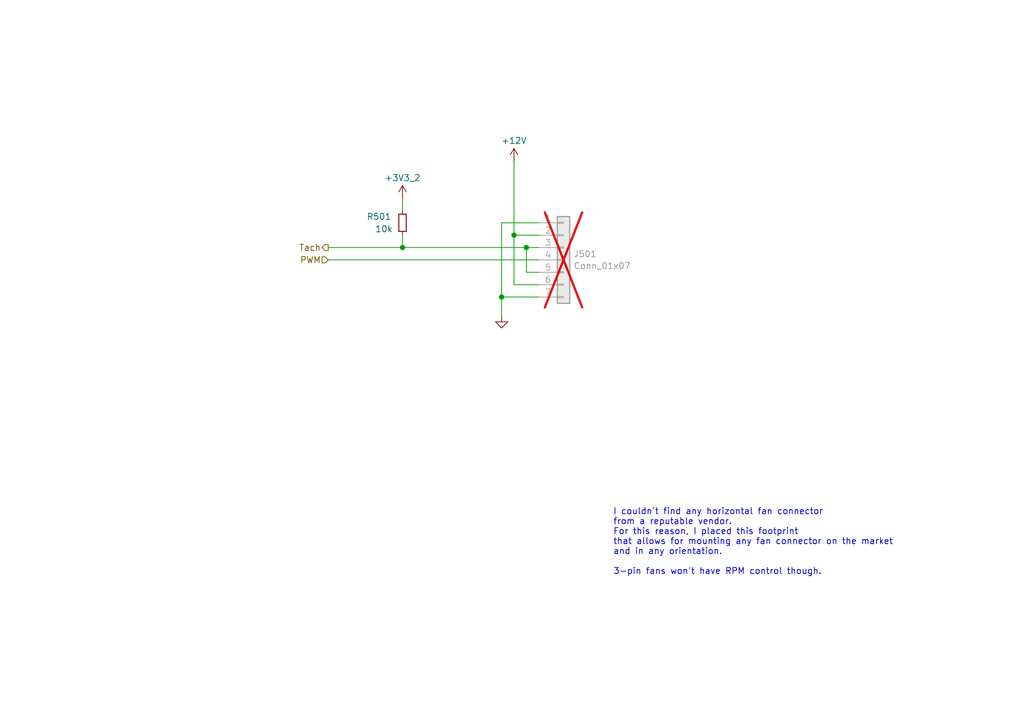
<source format=kicad_sch>
(kicad_sch (version 20231120) (generator "eeschema") (generator_version "8.0")
  (paper "A5")
  (lib_symbols
    (symbol "+12V_1" (power) (pin_numbers hide) (pin_names (offset 0) hide)
      (property "Value" "+12V" (at 0 3.556 0))
      (symbol "+12V_1_0_1"
        (polyline (pts (xy -0.762 1.27) (xy 0 2.54)))
        (polyline (pts (xy 0 0) (xy 0 2.54)))
        (polyline (pts (xy 0 2.54) (xy 0.762 1.27)))
      )
      (symbol "+12V_1_1_1"
        (pin power_in line (at 0 0 90) (length 0) (name "~") (number "1"))
      )
    )
    (symbol "Connector_Generic:Conn_01x07" (pin_names (offset 1.016) hide)
      (property "Reference" "J" (at 0 10.16 0))
      (property "Value" "Conn_01x07" (at 0 -10.16 0))
      (symbol "Conn_01x07_1_1"
        (rectangle (start -1.27 -7.493) (end 0 -7.747) (stroke (width 0.1524)))
        (rectangle (start -1.27 -4.953) (end 0 -5.207) (stroke (width 0.1524)))
        (rectangle (start -1.27 -2.413) (end 0 -2.667) (stroke (width 0.1524)))
        (rectangle (start -1.27 0.127) (end 0 -0.127) (stroke (width 0.1524)))
        (rectangle (start -1.27 2.667) (end 0 2.413) (stroke (width 0.1524)))
        (rectangle (start -1.27 5.207) (end 0 4.953) (stroke (width 0.1524)))
        (rectangle (start -1.27 7.747) (end 0 7.493) (stroke (width 0.1524)))
        (rectangle (start -1.27 8.89) (end 1.27 -8.89) (stroke (width 0.254)) (fill (type background)))
        (pin passive line (at -5.08 7.62 0) (length 3.81) (name "Pin_1") (number "1"))
        (pin passive line (at -5.08 5.08 0) (length 3.81) (name "Pin_2") (number "2"))
        (pin passive line (at -5.08 2.54 0) (length 3.81) (name "Pin_3") (number "3"))
        (pin passive line (at -5.08 0 0) (length 3.81) (name "Pin_4") (number "4"))
        (pin passive line (at -5.08 -2.54 0) (length 3.81) (name "Pin_5") (number "5"))
        (pin passive line (at -5.08 -5.08 0) (length 3.81) (name "Pin_6") (number "6"))
        (pin passive line (at -5.08 -7.62 0) (length 3.81) (name "Pin_7") (number "7"))
      )
    )
    (symbol "Device:R_Small" (pin_numbers hide) (pin_names (offset 0.254) hide)
      (property "Reference" "R" (at 0.762 0.508 0))
      (property "Value" "R_Small" (at 0.762 -1.016 0))
      (symbol "R_Small_0_1"
        (rectangle (start -0.762 1.778) (end 0.762 -1.778) (stroke (width 0.2032)))
      )
      (symbol "R_Small_1_1"
        (pin passive line (at 0 2.54 270) (length 0.762) (name "~") (number "1"))
        (pin passive line (at 0 -2.54 90) (length 0.762) (name "~") (number "2"))
      )
    )
    (symbol "power:+3V3" (power) (pin_numbers hide) (pin_names (offset 0) hide)
      (property "Value" "+3V3" (at 0 3.556 0))
      (symbol "+3V3_0_1"
        (polyline (pts (xy -0.762 1.27) (xy 0 2.54)))
        (polyline (pts (xy 0 0) (xy 0 2.54)))
        (polyline (pts (xy 0 2.54) (xy 0.762 1.27)))
      )
      (symbol "+3V3_1_1"
        (pin power_in line (at 0 0 90) (length 0) (name "~") (number "1"))
      )
    )
    (symbol "power:GND" (power) (pin_numbers hide) (pin_names (offset 0) hide)
      (property "Value" "GND" (at 0 -3.81 0))
      (symbol "GND_0_1"
        (polyline (pts (xy 0 0) (xy 0 -1.27) (xy 1.27 -1.27) (xy 0 -2.54) (xy -1.27 -1.27) (xy 0 -1.27)))
      )
      (symbol "GND_1_1"
        (pin power_in line (at 0 0 270) (length 0) (name "~") (number "1"))
      )
    )
  )
  (junction (at 107.95 50.8))
  (junction (at 105.41 48.26))
  (junction (at 102.87 60.96))
  (junction (at 82.55 50.8))
  (wire (pts (xy 107.95 55.88) (xy 107.95 50.8)))
  (wire (pts (xy 110.49 55.88) (xy 107.95 55.88)))
  (wire (pts (xy 110.49 45.72) (xy 102.87 45.72)))
  (wire (pts (xy 82.55 40.64) (xy 82.55 43.18)))
  (wire (pts (xy 82.55 48.26) (xy 82.55 50.8)))
  (wire (pts (xy 102.87 45.72) (xy 102.87 60.96)))
  (wire (pts (xy 102.87 60.96) (xy 102.87 64.77)))
  (wire (pts (xy 107.95 50.8) (xy 110.49 50.8)))
  (wire (pts (xy 105.41 33.02) (xy 105.41 48.26)))
  (wire (pts (xy 110.49 48.26) (xy 105.41 48.26)))
  (wire (pts (xy 105.41 58.42) (xy 105.41 48.26)))
  (wire (pts (xy 102.87 60.96) (xy 110.49 60.96)))
  (wire (pts (xy 82.55 50.8) (xy 107.95 50.8)))
  (wire (pts (xy 67.31 50.8) (xy 82.55 50.8)))
  (wire (pts (xy 110.49 58.42) (xy 105.41 58.42)))
  (wire (pts (xy 67.31 53.34) (xy 110.49 53.34)))
  (text "I couldn't find any horizontal fan connector\nfrom a reputable vendor.\nFor this reason, I placed this footprint\nthat allows for mounting any fan connector on the market\nand in any orientation.\n\n3-pin fans won't have RPM control though." (at 125.73 111.252 0) (effects (font (size 1.27 1.27)) (justify left)))
  (hierarchical_label "Tach" (shape output) (at 67.31 50.8 180))
  (hierarchical_label "PWM" (shape input) (at 67.31 53.34 180))
  (symbol (lib_id "power:GND") (at 102.87 64.77 0) (mirror y) (unit 1)
    (property "Reference" "#PWR0502" (effects (hide yes)))
    (property "Value" "GND" (effects (hide yes)))
  )
  (symbol (lib_id "Device:R_Small") (at 82.55 45.72 180) (unit 1)
    (property "Reference" "R501" (at 77.724 44.45 0))
    (property "Value" "10k" (at 78.74 46.99 0))
    (property "Footprint" "Resistor_SMD:R_0603_1608Metric" (effects (hide yes)))
  )
  (symbol (lib_name "+12V_1") (lib_id "power:+12V") (at 105.41 33.02 0) (unit 1)
    (property "Reference" "#PWR0503" (effects (hide yes)))
    (property "Value" "+12V" (at 105.41 28.8869 0))
    (property "Description" "Power symbol creates a global label with name \"+12V\"" (effects (hide yes)))
  )
  (symbol (lib_id "power:+3V3") (at 82.55 40.64 0) (unit 1)
    (property "Reference" "#PWR0501" (effects (hide yes)))
    (property "Value" "+3V3_2" (at 82.55 36.5069 0))
    (property "Description" "Power symbol creates a global label with name \"+3V3\"" (effects (hide yes)))
  )
  (symbol (lib_id "Connector_Generic:Conn_01x07") (at 115.57 53.34 0) (unit 1) (in_bom no) (dnp yes)
    (property "Reference" "J501" (at 117.602 52.1278 0) (effects (justify left)))
    (property "Value" "Conn_01x07" (at 117.602 54.5521 0) (effects (justify left)))
    (property "Footprint" "Connector_PinSocket_2.54mm:PinSocket_1x07_P2.54mm_Vertical" (effects (hide yes)))
  )
)
</source>
